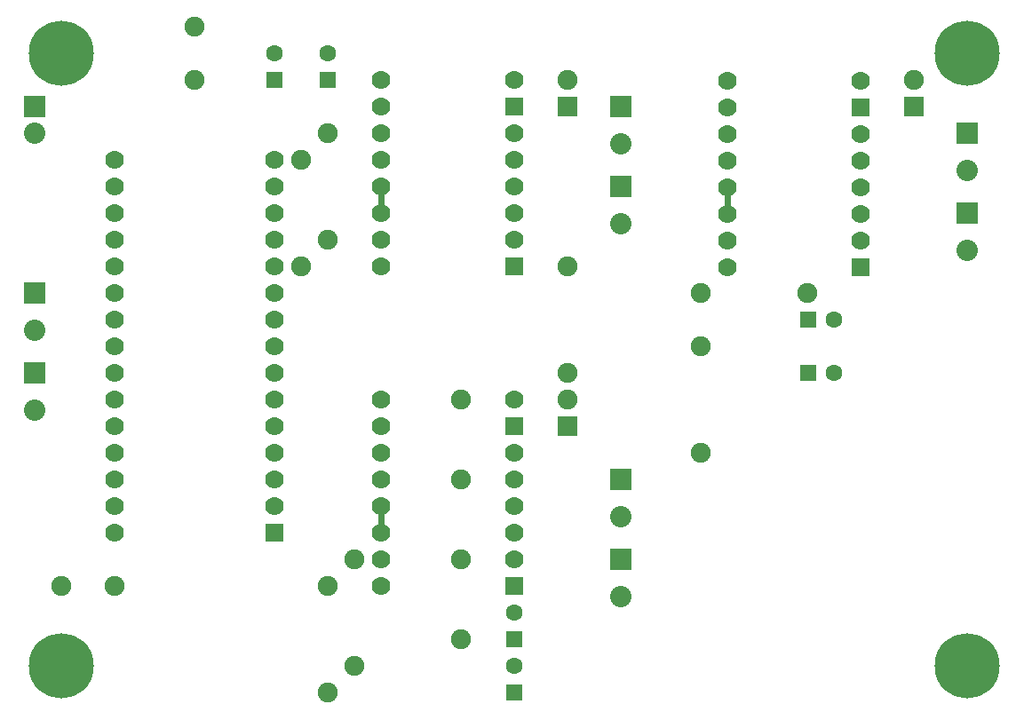
<source format=gtl>
G04 MADE WITH FRITZING*
G04 WWW.FRITZING.ORG*
G04 DOUBLE SIDED*
G04 HOLES PLATED*
G04 CONTOUR ON CENTER OF CONTOUR VECTOR*
%ASAXBY*%
%FSLAX23Y23*%
%MOIN*%
%OFA0B0*%
%SFA1.0B1.0*%
%ADD10C,0.075000*%
%ADD11C,0.062992*%
%ADD12C,0.070000*%
%ADD13C,0.080000*%
%ADD14C,0.244094*%
%ADD15R,0.062992X0.062992*%
%ADD16R,0.069972X0.070000*%
%ADD17R,0.070000X0.070000*%
%ADD18R,0.080000X0.080000*%
%ADD19R,0.075000X0.075000*%
%ADD20C,0.024000*%
%LNCOPPER1*%
G90*
G70*
G54D10*
X253Y531D03*
X453Y531D03*
X1353Y231D03*
X1353Y631D03*
X1353Y231D03*
X1353Y631D03*
X1253Y1831D03*
X1253Y2231D03*
X1253Y1831D03*
X1253Y2231D03*
X3053Y1631D03*
X2653Y1631D03*
X3053Y1631D03*
X2653Y1631D03*
G54D11*
X3054Y1531D03*
X3153Y1531D03*
X3054Y1531D03*
X3153Y1531D03*
X1253Y2432D03*
X1253Y2531D03*
X1253Y2432D03*
X1253Y2531D03*
X1953Y332D03*
X1953Y431D03*
X1953Y332D03*
X1953Y431D03*
X3054Y1331D03*
X3153Y1331D03*
X3054Y1331D03*
X3153Y1331D03*
G54D10*
X2653Y1031D03*
X2653Y1431D03*
X2653Y1031D03*
X2653Y1431D03*
G54D11*
X1953Y132D03*
X1953Y231D03*
X1953Y132D03*
X1953Y231D03*
G54D10*
X1253Y131D03*
X1253Y531D03*
X1253Y131D03*
X1253Y531D03*
G54D11*
X1053Y2432D03*
X1053Y2531D03*
X1053Y2432D03*
X1053Y2531D03*
G54D10*
X1153Y1731D03*
X1153Y2131D03*
X1153Y1731D03*
X1153Y2131D03*
G54D12*
X1053Y731D03*
X1053Y831D03*
X1053Y931D03*
X1053Y1031D03*
X1053Y1131D03*
X1053Y1231D03*
X1053Y1331D03*
X1053Y1431D03*
X1053Y1531D03*
X1053Y1631D03*
X1053Y1731D03*
X1053Y1831D03*
X1053Y1931D03*
X1053Y2031D03*
X1053Y2131D03*
X453Y731D03*
X453Y831D03*
X453Y931D03*
X453Y1031D03*
X453Y1131D03*
X453Y1231D03*
X453Y1331D03*
X453Y1431D03*
X453Y1531D03*
X453Y1631D03*
X453Y1731D03*
X453Y1831D03*
X453Y1931D03*
X453Y2031D03*
X453Y2131D03*
X1453Y2431D03*
X1953Y2431D03*
X1453Y2331D03*
X1953Y2331D03*
X1453Y2231D03*
X1953Y2231D03*
X1453Y2131D03*
X1953Y2131D03*
X1453Y2031D03*
X1953Y2031D03*
X1453Y1931D03*
X1953Y1931D03*
X1453Y1831D03*
X1953Y1831D03*
X1453Y1731D03*
X1953Y1731D03*
X1453Y1231D03*
X1953Y1231D03*
X1453Y1131D03*
X1953Y1131D03*
X1453Y1031D03*
X1953Y1031D03*
X1453Y931D03*
X1953Y931D03*
X1453Y831D03*
X1953Y831D03*
X1453Y731D03*
X1953Y731D03*
X1453Y631D03*
X1953Y631D03*
X1453Y531D03*
X1953Y531D03*
X2753Y2430D03*
X3253Y2430D03*
X2753Y2330D03*
X3253Y2330D03*
X2753Y2230D03*
X3253Y2230D03*
X2753Y2130D03*
X3253Y2130D03*
X2753Y2030D03*
X3253Y2030D03*
X2753Y1930D03*
X3253Y1930D03*
X2753Y1830D03*
X3253Y1830D03*
X2753Y1730D03*
X3253Y1730D03*
G54D13*
X153Y2331D03*
X153Y2231D03*
G54D10*
X2153Y1331D03*
X2153Y1731D03*
G54D13*
X2353Y2331D03*
X2353Y2193D03*
X2353Y2031D03*
X2353Y1893D03*
X3653Y2231D03*
X3653Y2093D03*
X3653Y1931D03*
X3653Y1793D03*
G54D10*
X3453Y2331D03*
X3453Y2431D03*
X2153Y1131D03*
X2153Y1231D03*
X2153Y2331D03*
X2153Y2431D03*
G54D13*
X2353Y931D03*
X2353Y793D03*
X2353Y631D03*
X2353Y493D03*
G54D10*
X1753Y631D03*
X1753Y331D03*
X1753Y1231D03*
X1753Y931D03*
G54D13*
X153Y1631D03*
X153Y1493D03*
X153Y1331D03*
X153Y1193D03*
G54D14*
X3653Y231D03*
X3653Y2531D03*
X253Y2531D03*
X253Y231D03*
G54D10*
X753Y2631D03*
X753Y2431D03*
G54D15*
X3054Y1531D03*
X3054Y1531D03*
X1253Y2432D03*
X1253Y2432D03*
X1953Y332D03*
X1953Y332D03*
X3054Y1331D03*
X3054Y1331D03*
X1953Y132D03*
X1953Y132D03*
X1053Y2432D03*
X1053Y2432D03*
G54D16*
X1053Y731D03*
G54D17*
X1953Y1731D03*
X1953Y2331D03*
X1953Y531D03*
X1953Y1131D03*
X3253Y1730D03*
X3253Y2330D03*
G54D18*
X153Y2331D03*
X2353Y2331D03*
X2353Y2031D03*
X3653Y2231D03*
X3653Y1931D03*
G54D19*
X3453Y2331D03*
X2153Y1131D03*
X2153Y2331D03*
G54D18*
X2353Y931D03*
X2353Y631D03*
X153Y1631D03*
X153Y1331D03*
G54D20*
X1453Y805D02*
X1453Y757D01*
D02*
X1453Y2005D02*
X1453Y1957D01*
D02*
X2753Y2004D02*
X2753Y1956D01*
G04 End of Copper1*
M02*
</source>
